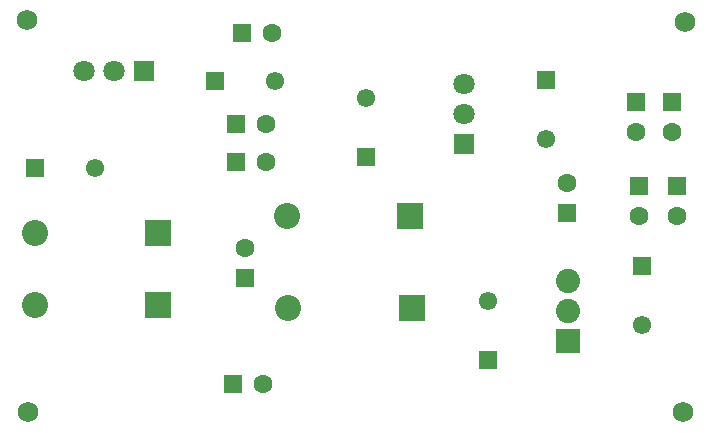
<source format=gts>
G04*
G04 #@! TF.GenerationSoftware,Altium Limited,Altium Designer,20.2.5 (213)*
G04*
G04 Layer_Color=8388736*
%FSLAX44Y44*%
%MOMM*%
G71*
G04*
G04 #@! TF.SameCoordinates,7541D054-3382-41C0-95A3-E9C1F66121CC*
G04*
G04*
G04 #@! TF.FilePolarity,Negative*
G04*
G01*
G75*
%ADD14R,1.5532X1.5532*%
%ADD15C,1.5532*%
%ADD16R,1.6032X1.6032*%
%ADD17C,1.6032*%
%ADD18R,1.6032X1.6032*%
%ADD19C,1.7272*%
%ADD20C,1.8032*%
%ADD21R,1.8032X1.8032*%
%ADD22R,1.5532X1.5532*%
%ADD23C,2.2032*%
%ADD24R,2.2032X2.2032*%
%ADD25C,2.0500*%
%ADD26R,2.0500X2.0500*%
%ADD27R,1.8032X1.8032*%
%ADD28C,1.8032*%
D14*
X182014Y303325D02*
D03*
X29614Y229665D02*
D03*
D15*
X232014Y303325D02*
D03*
X462284Y254195D02*
D03*
X309884Y288955D02*
D03*
X543564Y96715D02*
D03*
X412754Y117505D02*
D03*
X79614Y229665D02*
D03*
D16*
X480060Y191770D02*
D03*
X572770Y214630D02*
D03*
X568960Y285750D02*
D03*
X538484Y285545D02*
D03*
X207014Y136955D02*
D03*
X541024Y214425D02*
D03*
D17*
X480060Y217170D02*
D03*
X572770Y189230D02*
D03*
X224790Y266700D02*
D03*
X229870Y344170D02*
D03*
X568960Y260350D02*
D03*
X222254Y46785D02*
D03*
X538484Y260145D02*
D03*
X207014Y162355D02*
D03*
X541024Y189025D02*
D03*
X224790Y234950D02*
D03*
D18*
X199390Y266700D02*
D03*
X204470Y344170D02*
D03*
X196854Y46785D02*
D03*
X199390Y234950D02*
D03*
D19*
X579495Y353281D02*
D03*
X22583Y355022D02*
D03*
X23480Y22901D02*
D03*
X577850Y22860D02*
D03*
D20*
X392434Y300785D02*
D03*
Y275385D02*
D03*
D21*
Y249985D02*
D03*
D22*
X462284Y304195D02*
D03*
X309884Y238955D02*
D03*
X543564Y146715D02*
D03*
X412754Y67505D02*
D03*
D23*
X242344Y189025D02*
D03*
X28984Y175055D02*
D03*
X243614Y111555D02*
D03*
X28984Y114095D02*
D03*
D24*
X346944Y189025D02*
D03*
X133584Y175055D02*
D03*
X348214Y111555D02*
D03*
X133584Y114095D02*
D03*
D25*
X480384Y134365D02*
D03*
Y109015D02*
D03*
D26*
Y83665D02*
D03*
D27*
X121924Y312215D02*
D03*
D28*
X96524D02*
D03*
X71124D02*
D03*
M02*

</source>
